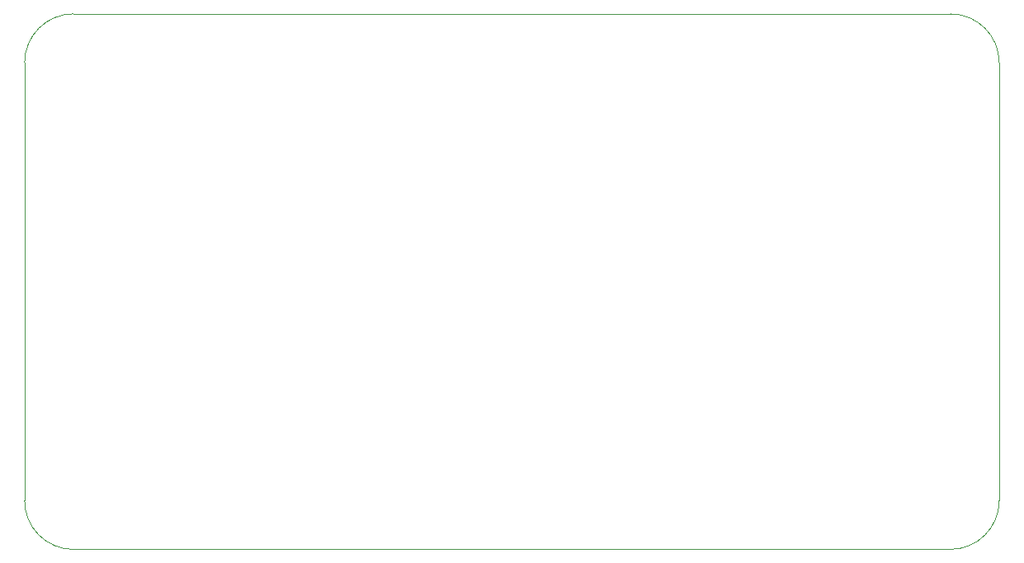
<source format=gbr>
%TF.GenerationSoftware,KiCad,Pcbnew,(5.1.10-1-10_14)*%
%TF.CreationDate,2022-08-23T11:44:09+02:00*%
%TF.ProjectId,RO Flow Counter,524f2046-6c6f-4772-9043-6f756e746572,rev?*%
%TF.SameCoordinates,Original*%
%TF.FileFunction,Profile,NP*%
%FSLAX46Y46*%
G04 Gerber Fmt 4.6, Leading zero omitted, Abs format (unit mm)*
G04 Created by KiCad (PCBNEW (5.1.10-1-10_14)) date 2022-08-23 11:44:09*
%MOMM*%
%LPD*%
G01*
G04 APERTURE LIST*
%TA.AperFunction,Profile*%
%ADD10C,0.050000*%
%TD*%
G04 APERTURE END LIST*
D10*
X219000000Y-55000000D02*
X129000000Y-55000000D01*
X129000000Y-110000000D02*
X219000000Y-110000000D01*
X224000000Y-105000000D02*
G75*
G02*
X219000000Y-110000000I-5000000J0D01*
G01*
X219000000Y-55000000D02*
G75*
G02*
X224000000Y-60000000I0J-5000000D01*
G01*
X224000000Y-60000000D02*
X224000000Y-105000000D01*
X124000000Y-60000000D02*
X124000000Y-105000000D01*
X129000000Y-110000000D02*
G75*
G02*
X124000000Y-105000000I0J5000000D01*
G01*
X124000000Y-60000000D02*
G75*
G02*
X129000000Y-55000000I5000000J0D01*
G01*
M02*

</source>
